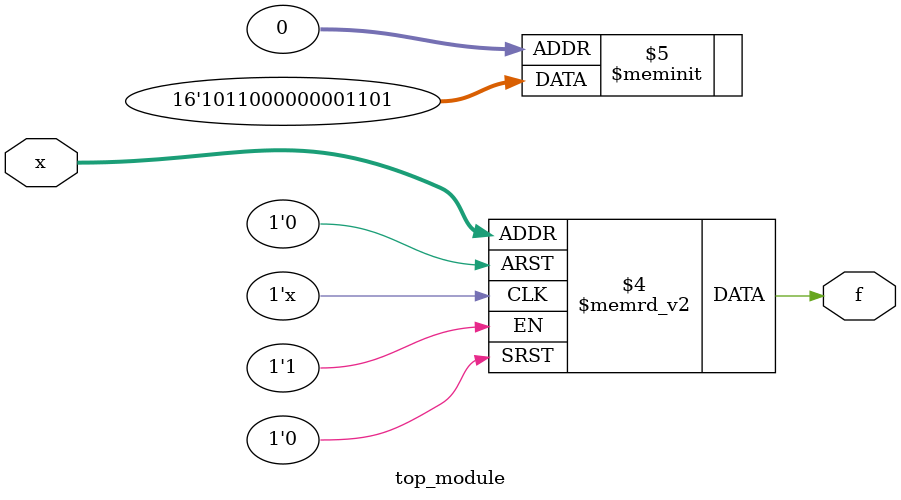
<source format=sv>
module top_module (
    input [4:1] x,
    output logic f
);

    always_comb begin
        case (x)
            4'b0000: f = 1;
            4'b0001: f = 0;
            4'b0011: f = 1;
            4'b0010: f = 1;
            4'b0100: f = 0;
            4'b0101: f = 0;
            4'b0111: f = 0;
            4'b0110: f = 0;
            4'b1100: f = 1;
            4'b1101: f = 1;
            4'b1111: f = 1;
            4'b1110: f = 0;
            default: f = 0;
        endcase
    end
endmodule

</source>
